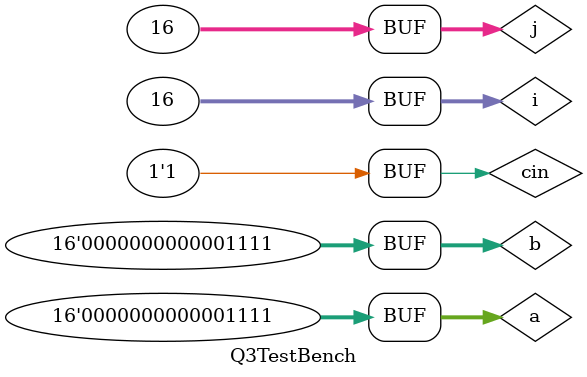
<source format=v>
`timescale 1ns / 1ps


module Q3TestBench;

	// Inputs
	reg [15:0] a;
	reg [15:0] b;
	reg cin;

	// Outputs
	wire co;
	wire [15:0] s;

	// Instantiate the Unit Under Test (UUT)
	CLA_adder_16bit uut (
		.a(a), 
		.b(b), 
		.cin(cin), 
		.co(co), 
		.s(s)
	);
	integer i,j;
	initial begin
		// Initialize Inputs
		cin = 0;
		for (i=0; i<16; i=i+1) begin
			a = i;
			for (j=0; j<16; j=j+1) begin
				b = j;
				#100;
			end
			#100;
      end
		
		cin = 1;
		for (i=0; i<16; i=i+1) begin
			a = i;
			for (j=0; j<16; j=j+1) begin
				b = j;
				#100;
			end
			#100;
      end


		// Wait 100 ns for global reset to finish
		#100;
        
		// Add stimulus here

	end
      
endmodule


</source>
